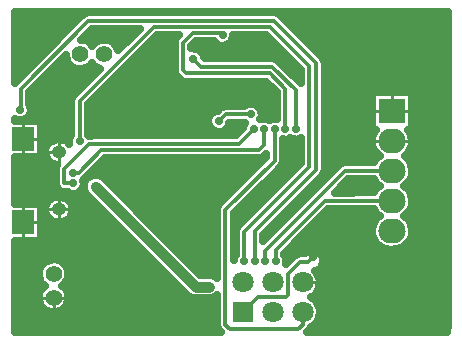
<source format=gbr>
G04 DipTrace 2.4.0.2*
%INBottom.gbr*%
%MOIN*%
%ADD13C,0.013*%
%ADD15C,0.01*%
%ADD16C,0.025*%
%ADD20C,0.036*%
%ADD27R,0.0709X0.0709*%
%ADD28C,0.0709*%
%ADD30C,0.056*%
%ADD40R,0.0906X0.0827*%
%ADD41O,0.0906X0.0827*%
%ADD43O,0.0492X0.0413*%
%ADD44R,0.0748X0.0787*%
%ADD53C,0.028*%
%FSLAX44Y44*%
G04*
G70*
G90*
G75*
G01*
%LNBottom*%
%LPD*%
X7910Y7520D2*
D13*
X7070D1*
X6840Y7290D1*
X7680Y2630D2*
Y3600D1*
X9850Y5770D1*
Y9120D1*
X8530Y10440D1*
X4670D1*
X2200Y7970D1*
Y6620D1*
X7630Y920D2*
X8140Y1430D1*
X9070D1*
X9140Y1500D1*
Y2200D1*
X9550Y2610D1*
X9820D1*
X9960Y2750D1*
X8380Y2630D2*
Y2980D1*
X11040Y5640D1*
X12610D1*
X8730Y2630D2*
Y3000D1*
X10370Y4640D1*
X12610D1*
X8030Y2630D2*
Y3620D1*
X10090Y5680D1*
Y9220D1*
X8670Y10640D1*
X2490D1*
X230Y8380D1*
Y7650D1*
X210Y7670D1*
X9630Y920D2*
Y500D1*
X9490Y360D1*
X7200D1*
X7050Y510D1*
Y4330D1*
X8700Y5980D1*
Y7030D1*
X1980Y5570D2*
X2160D1*
X2920Y6330D1*
X8170D1*
X8350Y6510D1*
Y7030D1*
X9050D2*
Y8370D1*
X8530Y8890D1*
X5740D1*
X5640Y8990D1*
Y9910D1*
X5970Y10240D1*
X6880D1*
X6960Y10160D1*
X9400Y7030D2*
Y8330D1*
X8620Y9110D1*
X6250D1*
X5990Y9370D1*
X1980Y5220D2*
X1680D1*
Y5710D1*
X2510Y6540D1*
X7510D1*
X8000Y7030D1*
X6510Y1780D2*
D20*
X6060D1*
X2730Y5110D1*
D3*
D53*
X9960Y2750D3*
D20*
X6510Y1780D3*
X4090Y7600D3*
D53*
X9400Y7030D3*
X9050D3*
X8350D3*
X8000D3*
X6840Y7290D3*
X8700Y7030D3*
X8380Y2630D3*
X8030D3*
X7680D3*
X8730D3*
X210Y7670D3*
X2200Y6620D3*
X1980Y5570D3*
Y5220D3*
X6960Y10160D3*
X5990Y9370D3*
D20*
X6060Y5770D3*
D53*
X7910Y7520D3*
D20*
X8540Y4970D3*
X7150Y8560D3*
X6010Y7430D3*
X62Y10696D2*
D16*
X2129D1*
X9031D2*
X14442D1*
X62Y10448D2*
X1879D1*
X9281D2*
X14442D1*
X62Y10199D2*
X1629D1*
X2468D2*
X4012D1*
X9531D2*
X14442D1*
X62Y9950D2*
X1383D1*
X2496D2*
X2746D1*
X3281D2*
X3762D1*
X4597D2*
X5340D1*
X6097D2*
X6653D1*
X7269D2*
X8602D1*
X9777D2*
X14442D1*
X62Y9702D2*
X1133D1*
X4351D2*
X5336D1*
X6136D2*
X8852D1*
X10027D2*
X14442D1*
X62Y9453D2*
X883D1*
X4101D2*
X5336D1*
X6359D2*
X9098D1*
X10277D2*
X14442D1*
X62Y9204D2*
X637D1*
X1472D2*
X1824D1*
X3851D2*
X5336D1*
X8945D2*
X9348D1*
X10394D2*
X14442D1*
X62Y8955D2*
X387D1*
X1222D2*
X2766D1*
X3605D2*
X5340D1*
X9191D2*
X9547D1*
X10394D2*
X14442D1*
X62Y8707D2*
X140D1*
X976D2*
X2520D1*
X3355D2*
X5504D1*
X9441D2*
X9547D1*
X10394D2*
X14442D1*
X726Y8458D2*
X2270D1*
X3105D2*
X8543D1*
X10394D2*
X14442D1*
X535Y8209D2*
X2020D1*
X2859D2*
X8746D1*
X10394D2*
X11918D1*
X13300D2*
X14442D1*
X535Y7961D2*
X1899D1*
X2609D2*
X8746D1*
X10394D2*
X11918D1*
X13300D2*
X14442D1*
X585Y7712D2*
X1899D1*
X2503D2*
X6844D1*
X8230D2*
X8746D1*
X10394D2*
X11918D1*
X13300D2*
X14442D1*
X523Y7463D2*
X1899D1*
X2503D2*
X6508D1*
X8285D2*
X8746D1*
X10394D2*
X11918D1*
X13300D2*
X14442D1*
X937Y7215D2*
X1899D1*
X2503D2*
X6469D1*
X7210D2*
X7676D1*
X10394D2*
X11918D1*
X13300D2*
X14442D1*
X937Y6966D2*
X1899D1*
X2503D2*
X6676D1*
X7003D2*
X7520D1*
X10394D2*
X12012D1*
X13210D2*
X14442D1*
X937Y6717D2*
X1836D1*
X10394D2*
X11926D1*
X13296D2*
X14442D1*
X937Y6469D2*
X1077D1*
X9003D2*
X9547D1*
X10394D2*
X11942D1*
X13277D2*
X14442D1*
X937Y6220D2*
X1023D1*
X9003D2*
X9547D1*
X10394D2*
X12082D1*
X13140D2*
X14442D1*
X62Y5971D2*
X1141D1*
X2980D2*
X8274D1*
X9003D2*
X9547D1*
X10394D2*
X12016D1*
X13206D2*
X14442D1*
X62Y5723D2*
X1379D1*
X2730D2*
X8024D1*
X8859D2*
X9383D1*
X10394D2*
X10703D1*
X13296D2*
X14442D1*
X62Y5474D2*
X1375D1*
X2902D2*
X7778D1*
X8613D2*
X9137D1*
X10300D2*
X10457D1*
X13277D2*
X14442D1*
X62Y5225D2*
X1375D1*
X3195D2*
X7528D1*
X8363D2*
X8887D1*
X10054D2*
X10207D1*
X11042D2*
X12078D1*
X13144D2*
X14442D1*
X62Y4976D2*
X1520D1*
X3445D2*
X7278D1*
X8113D2*
X8637D1*
X9804D2*
X9957D1*
X10796D2*
X12016D1*
X13203D2*
X14442D1*
X62Y4728D2*
X1246D1*
X1761D2*
X2531D1*
X3691D2*
X7031D1*
X7867D2*
X8391D1*
X9554D2*
X9711D1*
X13296D2*
X14442D1*
X937Y4479D2*
X1038D1*
X1968D2*
X2781D1*
X3941D2*
X6789D1*
X7617D2*
X8141D1*
X9308D2*
X9461D1*
X13281D2*
X14442D1*
X937Y4230D2*
X1038D1*
X1968D2*
X3028D1*
X4191D2*
X6746D1*
X7367D2*
X7891D1*
X9058D2*
X9211D1*
X10378D2*
X12071D1*
X13148D2*
X14442D1*
X937Y3982D2*
X1250D1*
X1761D2*
X3278D1*
X4437D2*
X6746D1*
X7351D2*
X7645D1*
X8808D2*
X8965D1*
X10128D2*
X12020D1*
X13199D2*
X14442D1*
X937Y3733D2*
X3528D1*
X4687D2*
X6746D1*
X8562D2*
X8717D1*
X9882D2*
X11926D1*
X13292D2*
X14442D1*
X937Y3484D2*
X3774D1*
X4937D2*
X6746D1*
X8331D2*
X8464D1*
X9632D2*
X11938D1*
X13281D2*
X14442D1*
X62Y3236D2*
X4024D1*
X5183D2*
X6746D1*
X9382D2*
X12067D1*
X13152D2*
X14442D1*
X62Y2987D2*
X4274D1*
X5433D2*
X6746D1*
X9136D2*
X14442D1*
X62Y2738D2*
X4520D1*
X5683D2*
X6746D1*
X9089D2*
X9262D1*
X10320D2*
X14442D1*
X62Y2490D2*
X910D1*
X1746D2*
X4770D1*
X5929D2*
X6746D1*
X10308D2*
X14442D1*
X62Y2241D2*
X813D1*
X1843D2*
X5020D1*
X6179D2*
X6746D1*
X10124D2*
X14442D1*
X62Y1992D2*
X852D1*
X1804D2*
X5266D1*
X10218D2*
X14442D1*
X62Y1744D2*
X946D1*
X1714D2*
X5516D1*
X10195D2*
X14442D1*
X62Y1495D2*
X817D1*
X1839D2*
X5766D1*
X10031D2*
X14442D1*
X62Y1246D2*
X836D1*
X1820D2*
X6746D1*
X10121D2*
X14442D1*
X62Y997D2*
X1028D1*
X1628D2*
X6746D1*
X10218D2*
X14442D1*
X62Y749D2*
X6746D1*
X10195D2*
X14442D1*
X62Y500D2*
X6746D1*
X10035D2*
X14442D1*
X10184Y796D2*
X10143Y678D1*
X10078Y572D1*
X9991Y482D1*
X9896Y420D1*
X9827Y303D1*
X9791Y268D1*
X11510Y265D1*
X14454D1*
X14465Y490D1*
Y10934D1*
X14240Y10945D1*
X46D1*
X35Y10720D1*
Y8575D1*
X2243Y10786D1*
X2293Y10837D1*
X2402Y10903D1*
X2371Y10891D1*
X2490Y10918D1*
X8670D1*
X8794Y10888D1*
X8763Y10902D1*
X8867Y10837D1*
X10287Y9417D1*
X10353Y9308D1*
X10341Y9339D1*
X10368Y9220D1*
Y5680D1*
X10338Y5556D1*
X10352Y5587D1*
X10287Y5483D1*
X8306Y3503D1*
X8308Y3304D1*
X10843Y5837D1*
X10952Y5903D1*
X10921Y5891D1*
X11040Y5918D1*
X12013D1*
X12072Y6019D1*
X12157Y6110D1*
X12198Y6140D1*
X12128Y6196D1*
X12049Y6293D1*
X11991Y6403D1*
X11955Y6523D1*
X11944Y6647D1*
X11958Y6771D1*
X11996Y6890D1*
X12057Y6999D1*
X12068Y7013D1*
X11944Y7014D1*
Y8266D1*
X13276D1*
Y7014D1*
X13152D1*
X13212Y6916D1*
X13255Y6799D1*
X13275Y6676D1*
X13268Y6540D1*
X13236Y6420D1*
X13180Y6308D1*
X13104Y6209D1*
X13027Y6140D1*
X13130Y6041D1*
X13200Y5938D1*
X13248Y5823D1*
X13276Y5640D1*
X13263Y5516D1*
X13227Y5397D1*
X13167Y5287D1*
X13087Y5191D1*
X13023Y5140D1*
X13130Y5041D1*
X13200Y4938D1*
X13248Y4823D1*
X13276Y4640D1*
X13263Y4516D1*
X13227Y4397D1*
X13167Y4287D1*
X13087Y4191D1*
X13023Y4140D1*
X13130Y4041D1*
X13200Y3938D1*
X13248Y3823D1*
X13276Y3640D1*
X13263Y3516D1*
X13227Y3397D1*
X13167Y3287D1*
X13087Y3191D1*
X12989Y3114D1*
X12878Y3057D1*
X12758Y3023D1*
X12571Y3014D1*
X12431Y3029D1*
X12312Y3069D1*
X12204Y3132D1*
X12111Y3214D1*
X12036Y3314D1*
X11982Y3427D1*
X11951Y3547D1*
X11945Y3672D1*
X11964Y3796D1*
X12007Y3913D1*
X12072Y4019D1*
X12157Y4110D1*
X12198Y4140D1*
X12111Y4214D1*
X12036Y4314D1*
X12014Y4360D1*
X10735Y4362D1*
X10481D1*
X9948Y3825D1*
X9006Y2883D1*
X9008Y2848D1*
X9071Y2722D1*
X9083Y2630D1*
X9063Y2519D1*
X9353Y2807D1*
X9462Y2873D1*
X9431Y2861D1*
X9550Y2888D1*
X9718D1*
X9802Y2946D1*
X9922Y2981D1*
X10046Y2972D1*
X10159Y2921D1*
X10248Y2834D1*
X10301Y2722D1*
X10313Y2630D1*
X10291Y2508D1*
X10228Y2400D1*
X10132Y2322D1*
X10055Y2295D1*
X10125Y2197D1*
X10174Y2082D1*
X10196Y1960D1*
X10192Y1845D1*
X10162Y1724D1*
X10107Y1612D1*
X10028Y1516D1*
X9930Y1439D1*
X9898Y1420D1*
X10035Y1317D1*
X10112Y1219D1*
X10166Y1106D1*
X10194Y985D1*
X10197Y920D1*
X10184Y796D1*
X1805Y2070D2*
X1759Y1954D1*
X1685Y1854D1*
X1622Y1802D1*
X1704Y1726D1*
X1760Y1644D1*
X1799Y1552D1*
X1819Y1454D1*
X1815Y1332D1*
X1790Y1235D1*
X1746Y1145D1*
X1685Y1066D1*
X1609Y1001D1*
X1522Y953D1*
X1427Y923D1*
X1328Y913D1*
X1228Y924D1*
X1133Y954D1*
X1046Y1002D1*
X970Y1067D1*
X909Y1146D1*
X865Y1236D1*
X841Y1333D1*
X836Y1432D1*
X851Y1531D1*
X886Y1625D1*
X939Y1709D1*
X1008Y1781D1*
X1032Y1800D1*
X923Y1913D1*
X865Y2023D1*
X838Y2145D1*
X841Y2270D1*
X876Y2389D1*
X939Y2497D1*
X1028Y2584D1*
X1135Y2647D1*
X1255Y2681D1*
X1380Y2684D1*
X1501Y2655D1*
X1611Y2597D1*
X1704Y2513D1*
X1772Y2409D1*
X1811Y2291D1*
X1821Y2194D1*
X1805Y2070D1*
X2888Y9048D2*
X2796Y9080D1*
X2692Y9148D1*
X2622Y9227D1*
X2583Y9182D1*
X2487Y9103D1*
X2373Y9051D1*
X2251Y9029D1*
X2126Y9039D1*
X2008Y9080D1*
X1905Y9148D1*
X1821Y9241D1*
X1764Y9352D1*
X1736Y9493D1*
X507Y8264D1*
X508Y7860D1*
X551Y7762D1*
X563Y7670D1*
X541Y7548D1*
X478Y7440D1*
X382Y7362D1*
X264Y7321D1*
X140Y7324D1*
X35Y7365D1*
X36Y7304D1*
X910D1*
Y6091D1*
X35D1*
X36Y4529D1*
X910D1*
Y3316D1*
X35D1*
Y276D1*
X260Y265D1*
X6905D1*
X6853Y313D1*
X6787Y422D1*
X6799Y391D1*
X6772Y510D1*
Y1490D1*
X6737Y1459D1*
X6626Y1404D1*
X6510Y1387D1*
X6060D1*
X5937Y1407D1*
X5824Y1467D1*
X5517Y1767D1*
X2452Y4832D1*
X2379Y4933D1*
X2341Y5052D1*
X2343Y5176D1*
X2383Y5294D1*
X2458Y5393D1*
X2560Y5464D1*
X2679Y5500D1*
X2804Y5496D1*
X2921Y5454D1*
X3008Y5388D1*
X6220Y2176D1*
X6510Y2173D1*
X6633Y2153D1*
X6764Y2079D1*
X6772Y2260D1*
Y4330D1*
X6802Y4454D1*
X6788Y4423D1*
X6853Y4527D1*
X8420Y6093D1*
X8422Y6187D1*
X8367Y6133D1*
X8258Y6067D1*
X8289Y6079D1*
X8170Y6052D1*
X3033D1*
X2353Y5371D1*
X2321Y5312D1*
X2333Y5220D1*
X2311Y5098D1*
X2248Y4990D1*
X2152Y4912D1*
X2034Y4871D1*
X1910Y4874D1*
X1794Y4920D1*
X1768Y4943D1*
X1680Y4942D1*
X1559Y4970D1*
X1462Y5047D1*
X1409Y5163D1*
X1402Y5345D1*
Y5710D1*
X1432Y5834D1*
X1424Y5847D1*
X1327Y5868D1*
X1237Y5912D1*
X1161Y5976D1*
X1101Y6056D1*
X1062Y6148D1*
X1046Y6246D1*
X1053Y6346D1*
X1084Y6441D1*
X1136Y6526D1*
X1207Y6596D1*
X1293Y6647D1*
X1388Y6677D1*
X1490Y6684D1*
X1616Y6678D1*
X1711Y6650D1*
X1797Y6599D1*
X1855Y6546D1*
X1847Y6636D1*
X1875Y6757D1*
X1924Y6832D1*
X1922Y7970D1*
X1952Y8094D1*
X1938Y8063D1*
X2003Y8167D1*
X2885Y9048D1*
X2619Y9815D2*
X2713Y9913D1*
X2821Y9976D1*
X2941Y10009D1*
X3065Y10012D1*
X3187Y9984D1*
X3297Y9925D1*
X3389Y9841D1*
X3457Y9737D1*
X3486Y9652D1*
X4199Y10362D1*
X2604D1*
X2258Y10015D1*
X2399Y9984D1*
X2510Y9925D1*
X2617Y9819D1*
X12196Y5140D2*
X12111Y5214D1*
X12036Y5314D1*
X12014Y5360D1*
X11153Y5362D1*
X10709Y4916D1*
X12007Y4918D1*
X12072Y5019D1*
X12157Y5110D1*
X12198Y5140D1*
X1475Y3936D2*
X1375Y3945D1*
X1281Y3978D1*
X1197Y4032D1*
X1129Y4105D1*
X1079Y4191D1*
X1051Y4287D1*
X1047Y4387D1*
X1066Y4485D1*
X1108Y4575D1*
X1170Y4653D1*
X1248Y4715D1*
X1339Y4756D1*
X1437Y4774D1*
X1591Y4772D1*
X1688Y4749D1*
X1777Y4704D1*
X1853Y4639D1*
X1911Y4558D1*
X1949Y4466D1*
X1964Y4355D1*
X1952Y4256D1*
X1917Y4163D1*
X1861Y4080D1*
X1787Y4013D1*
X1699Y3965D1*
X1603Y3940D1*
X1465Y3936D1*
X9575Y6724D2*
X9454Y6681D1*
X9330Y6684D1*
X9222Y6722D1*
X9104Y6681D1*
X8976Y6685D1*
X8978Y5980D1*
X8948Y5856D1*
X8962Y5887D1*
X8897Y5783D1*
X7330Y4217D1*
X7328Y3330D1*
Y2650D1*
X7355Y2767D1*
X7404Y2842D1*
X7402Y3600D1*
X7432Y3724D1*
X7418Y3693D1*
X7483Y3797D1*
X9574Y5887D1*
X9572Y6719D1*
X8218Y7353D2*
X8312Y7381D1*
X8436Y7372D1*
X8524Y7333D1*
X8542Y7346D1*
X8662Y7381D1*
X8774Y7373D1*
X8772Y8253D1*
X8414Y8613D1*
X5740Y8612D1*
X5616Y8642D1*
X5562Y8677D1*
X5443Y8793D1*
X5389Y8870D1*
X5362Y8990D1*
Y9910D1*
X5392Y10034D1*
X5378Y10003D1*
X5443Y10107D1*
X5501Y10165D1*
X4784Y10162D1*
X2477Y7854D1*
X2478Y6841D1*
X2493Y6814D1*
X2760Y6818D1*
X7397D1*
X7648Y7071D1*
X7675Y7167D1*
X7715Y7229D1*
X7660Y7242D1*
X7187D1*
X7171Y7168D1*
X7108Y7060D1*
X7012Y6982D1*
X6894Y6941D1*
X6770Y6944D1*
X6654Y6990D1*
X6562Y7073D1*
X6504Y7183D1*
X6487Y7306D1*
X6515Y7427D1*
X6583Y7532D1*
X6682Y7606D1*
X6798Y7640D1*
X6873Y7717D1*
X6982Y7783D1*
X6951Y7771D1*
X7070Y7798D1*
X7691D1*
X7752Y7836D1*
X7872Y7871D1*
X7996Y7862D1*
X8109Y7811D1*
X8198Y7724D1*
X8251Y7612D1*
X8263Y7520D1*
X8241Y7398D1*
X8216Y7354D1*
X7291Y10038D2*
X7228Y9930D1*
X7132Y9852D1*
X7014Y9811D1*
X6890Y9814D1*
X6774Y9860D1*
X6673Y9960D1*
X6087Y9962D1*
X5915Y9792D1*
X5918Y9719D1*
X6076Y9712D1*
X6189Y9661D1*
X6278Y9574D1*
X6331Y9462D1*
X6337Y9419D1*
X6366Y9387D1*
X8620Y9388D1*
X8744Y9358D1*
X8713Y9372D1*
X8817Y9307D1*
X9571Y8552D1*
X9572Y9008D1*
X8946Y9631D1*
X8413Y10163D1*
X7313Y10160D1*
X7291Y10038D1*
X9630Y1920D2*
D15*
X10197D1*
X1328Y1406D2*
Y914D1*
X836Y1406D2*
X1821D1*
X12610Y8266D2*
Y7640D1*
X11945D2*
X13275D1*
X11945Y6640D2*
X13275D1*
X1504Y6684D2*
Y5846D1*
X1046Y6265D2*
X1504D1*
X1505Y4774D2*
Y3936D1*
X1046Y4355D2*
X1963D1*
X323Y7304D2*
Y6092D1*
Y6698D2*
X910D1*
X323Y4528D2*
Y3316D1*
Y3922D2*
X910D1*
D27*
X7630Y920D3*
D28*
X8630D3*
X9630D3*
Y1920D3*
X8630D3*
X7630D3*
D30*
X1328Y2194D3*
Y1406D3*
X3014Y9522D3*
X2226D3*
D40*
X12610Y7640D3*
D41*
Y6640D3*
Y5640D3*
Y4640D3*
Y3640D3*
D43*
X1504Y6265D3*
X1505Y4355D3*
D44*
X323Y6698D3*
Y3922D3*
M02*

</source>
